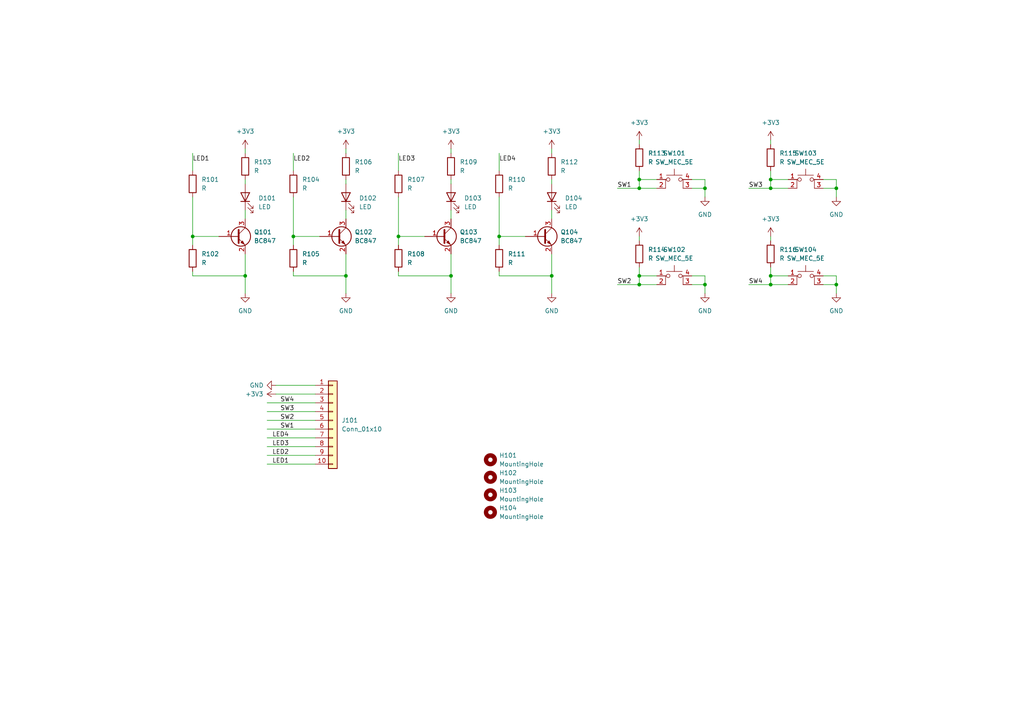
<source format=kicad_sch>
(kicad_sch (version 20211123) (generator eeschema)
  (paper "A4")
  (title_block (title "ledx8") (date "2023-01-01") (rev "V1.0"))
  (lib_symbols
    (symbol "Connector_Generic:Conn_01x10" (pin_names (offset 1.016) hide)
      (property "Reference" "J" (at 0 12.7 0))
      (property "Value" "Conn_01x10" (at 0 -15.24 0))
      (symbol "Conn_01x10_1_1"
        (rectangle (start -1.27 -12.573) (end 0 -12.827) (stroke (width 0.1524)))
        (rectangle (start -1.27 -10.033) (end 0 -10.287) (stroke (width 0.1524)))
        (rectangle (start -1.27 -7.493) (end 0 -7.747) (stroke (width 0.1524)))
        (rectangle (start -1.27 -4.953) (end 0 -5.207) (stroke (width 0.1524)))
        (rectangle (start -1.27 -2.413) (end 0 -2.667) (stroke (width 0.1524)))
        (rectangle (start -1.27 0.127) (end 0 -0.127) (stroke (width 0.1524)))
        (rectangle (start -1.27 2.667) (end 0 2.413) (stroke (width 0.1524)))
        (rectangle (start -1.27 5.207) (end 0 4.953) (stroke (width 0.1524)))
        (rectangle (start -1.27 7.747) (end 0 7.493) (stroke (width 0.1524)))
        (rectangle (start -1.27 10.287) (end 0 10.033) (stroke (width 0.1524)))
        (rectangle (start -1.27 11.43) (end 1.27 -13.97) (stroke (width 0.254)) (fill (type background)))
        (pin passive line (at -5.08 10.16 0) (length 3.81) (name "Pin_1") (number "1"))
        (pin passive line (at -5.08 -12.7 0) (length 3.81) (name "Pin_10") (number "10"))
        (pin passive line (at -5.08 7.62 0) (length 3.81) (name "Pin_2") (number "2"))
        (pin passive line (at -5.08 5.08 0) (length 3.81) (name "Pin_3") (number "3"))
        (pin passive line (at -5.08 2.54 0) (length 3.81) (name "Pin_4") (number "4"))
        (pin passive line (at -5.08 0 0) (length 3.81) (name "Pin_5") (number "5"))
        (pin passive line (at -5.08 -2.54 0) (length 3.81) (name "Pin_6") (number "6"))
        (pin passive line (at -5.08 -5.08 0) (length 3.81) (name "Pin_7") (number "7"))
        (pin passive line (at -5.08 -7.62 0) (length 3.81) (name "Pin_8") (number "8"))
        (pin passive line (at -5.08 -10.16 0) (length 3.81) (name "Pin_9") (number "9"))
      )
    )
    (symbol "Device:LED" (pin_numbers hide) (pin_names (offset 1.016) hide)
      (property "Reference" "D" (at 0 2.54 0))
      (property "Value" "LED" (at 0 -2.54 0))
      (symbol "LED_0_1"
        (polyline (pts (xy -1.27 -1.27) (xy -1.27 1.27)) (stroke (width 0.254)))
        (polyline (pts (xy -1.27 0) (xy 1.27 0)))
        (polyline (pts (xy 1.27 -1.27) (xy 1.27 1.27) (xy -1.27 0) (xy 1.27 -1.27)) (stroke (width 0.254)))
        (polyline (pts (xy -3.048 -0.762) (xy -4.572 -2.286) (xy -3.81 -2.286) (xy -4.572 -2.286) (xy -4.572 -1.524)))
        (polyline (pts (xy -1.778 -0.762) (xy -3.302 -2.286) (xy -2.54 -2.286) (xy -3.302 -2.286) (xy -3.302 -1.524)))
      )
      (symbol "LED_1_1"
        (pin passive line (at -3.81 0 0) (length 2.54) (name "K") (number "1"))
        (pin passive line (at 3.81 0 180) (length 2.54) (name "A") (number "2"))
      )
    )
    (symbol "Device:R" (pin_numbers hide) (pin_names (offset 0))
      (property "Reference" "R" (at 2.032 0 90))
      (property "Value" "R" (at 0 0 90))
      (symbol "R_0_1"
        (rectangle (start -1.016 -2.54) (end 1.016 2.54) (stroke (width 0.254)))
      )
      (symbol "R_1_1"
        (pin passive line (at 0 3.81 270) (length 1.27) (name "~") (number "1"))
        (pin passive line (at 0 -3.81 90) (length 1.27) (name "~") (number "2"))
      )
    )
    (symbol "Mechanical:MountingHole" (pin_names (offset 1.016))
      (property "Reference" "H" (at 0 5.08 0))
      (property "Value" "MountingHole" (at 0 3.175 0))
      (symbol "MountingHole_0_1"
        (circle (center 0 0) (radius 1.27) (stroke (width 1.27)))
      )
    )
    (symbol "Switch:SW_MEC_5E" (pin_names (offset 1.016) hide)
      (property "Reference" "SW" (at 0.635 5.715 0))
      (property "Value" "SW_MEC_5E" (at 0 -3.175 0))
      (symbol "SW_MEC_5E_0_1"
        (circle (center -1.778 2.54) (radius 0.508))
        (polyline (pts (xy -2.286 3.81) (xy 2.286 3.81)))
        (polyline (pts (xy 0 3.81) (xy 0 5.588)))
        (polyline (pts (xy -2.54 0) (xy -2.54 2.54) (xy -2.286 2.54)))
        (polyline (pts (xy 2.54 0) (xy 2.54 2.54) (xy 2.286 2.54)))
        (circle (center 1.778 2.54) (radius 0.508))
        (pin passive line (at -5.08 2.54 0) (length 2.54) (name "1") (number "1"))
        (pin passive line (at -5.08 0 0) (length 2.54) (name "2") (number "2"))
        (pin passive line (at 5.08 0 180) (length 2.54) (name "K") (number "3"))
        (pin passive line (at 5.08 2.54 180) (length 2.54) (name "A") (number "4"))
      )
    )
    (symbol "Transistor_BJT:BC847" (pin_names (offset 0) hide)
      (property "Reference" "Q" (at 5.08 1.905 0))
      (property "Value" "BC847" (at 5.08 0 0))
      (symbol "BC847_0_1"
        (polyline (pts (xy 0.635 0.635) (xy 2.54 2.54)))
        (polyline (pts (xy 0.635 -0.635) (xy 2.54 -2.54) (xy 2.54 -2.54)))
        (polyline (pts (xy 0.635 1.905) (xy 0.635 -1.905) (xy 0.635 -1.905)) (stroke (width 0.508)))
        (polyline (pts (xy 1.27 -1.778) (xy 1.778 -1.27) (xy 2.286 -2.286) (xy 1.27 -1.778) (xy 1.27 -1.778)) (fill (type outline)))
        (circle (center 1.27 0) (radius 2.8194) (stroke (width 0.254)))
      )
      (symbol "BC847_1_1"
        (pin input line (at -5.08 0 0) (length 5.715) (name "B") (number "1"))
        (pin passive line (at 2.54 -5.08 90) (length 2.54) (name "E") (number "2"))
        (pin passive line (at 2.54 5.08 270) (length 2.54) (name "C") (number "3"))
      )
    )
    (symbol "power:+3V3" (power) (pin_names (offset 0))
      (property "Value" "+3V3" (at 0 3.556 0))
      (symbol "+3V3_0_1"
        (polyline (pts (xy -0.762 1.27) (xy 0 2.54)))
        (polyline (pts (xy 0 0) (xy 0 2.54)))
        (polyline (pts (xy 0 2.54) (xy 0.762 1.27)))
      )
      (symbol "+3V3_1_1"
        (pin power_in line (at 0 0 90) (length 0) hide (name "+3V3") (number "1"))
      )
    )
    (symbol "power:GND" (power) (pin_names (offset 0))
      (property "Value" "GND" (at 0 -3.81 0))
      (symbol "GND_0_1"
        (polyline (pts (xy 0 0) (xy 0 -1.27) (xy 1.27 -1.27) (xy 0 -2.54) (xy -1.27 -1.27) (xy 0 -1.27)))
      )
      (symbol "GND_1_1"
        (pin power_in line (at 0 0 270) (length 0) hide (name "GND") (number "1"))
      )
    )
  )
  (junction (at 185.42 80.01))
  (junction (at 185.42 54.61))
  (junction (at 185.42 52.07))
  (junction (at 223.52 82.55))
  (junction (at 223.52 80.01))
  (junction (at 71.12 80.01))
  (junction (at 85.09 68.58))
  (junction (at 100.33 80.01))
  (junction (at 160.02 80.01))
  (junction (at 130.81 80.01))
  (junction (at 223.52 54.61))
  (junction (at 144.78 68.58))
  (junction (at 242.57 82.55))
  (junction (at 185.42 82.55))
  (junction (at 242.57 54.61))
  (junction (at 204.47 54.61))
  (junction (at 115.57 68.58))
  (junction (at 55.88 68.58))
  (junction (at 204.47 82.55))
  (junction (at 223.52 52.07))
  (wire (pts (xy 80.01 114.3) (xy 91.44 114.3)))
  (wire (pts (xy 223.52 40.64) (xy 223.52 41.91)))
  (wire (pts (xy 100.33 80.01) (xy 100.33 85.09)))
  (wire (pts (xy 71.12 73.66) (xy 71.12 80.01)))
  (wire (pts (xy 185.42 49.53) (xy 185.42 52.07)))
  (wire (pts (xy 160.02 73.66) (xy 160.02 80.01)))
  (wire (pts (xy 85.09 80.01) (xy 100.33 80.01)))
  (wire (pts (xy 80.01 111.76) (xy 91.44 111.76)))
  (wire (pts (xy 185.42 77.47) (xy 185.42 80.01)))
  (wire (pts (xy 71.12 60.96) (xy 71.12 63.5)))
  (wire (pts (xy 77.47 116.84) (xy 91.44 116.84)))
  (wire (pts (xy 55.88 44.45) (xy 55.88 49.53)))
  (wire (pts (xy 223.52 54.61) (xy 228.6 54.61)))
  (wire (pts (xy 200.66 52.07) (xy 204.47 52.07)))
  (wire (pts (xy 217.17 82.55) (xy 223.52 82.55)))
  (wire (pts (xy 144.78 44.45) (xy 144.78 49.53)))
  (wire (pts (xy 144.78 78.74) (xy 144.78 80.01)))
  (wire (pts (xy 223.52 77.47) (xy 223.52 80.01)))
  (wire (pts (xy 77.47 129.54) (xy 91.44 129.54)))
  (wire (pts (xy 204.47 54.61) (xy 204.47 57.15)))
  (wire (pts (xy 185.42 68.58) (xy 185.42 69.85)))
  (wire (pts (xy 223.52 52.07) (xy 223.52 54.61)))
  (wire (pts (xy 228.6 80.01) (xy 223.52 80.01)))
  (wire (pts (xy 144.78 68.58) (xy 144.78 71.12)))
  (wire (pts (xy 204.47 52.07) (xy 204.47 54.61)))
  (wire (pts (xy 115.57 78.74) (xy 115.57 80.01)))
  (wire (pts (xy 144.78 57.15) (xy 144.78 68.58)))
  (wire (pts (xy 71.12 43.18) (xy 71.12 44.45)))
  (wire (pts (xy 71.12 80.01) (xy 71.12 85.09)))
  (wire (pts (xy 200.66 54.61) (xy 204.47 54.61)))
  (wire (pts (xy 130.81 80.01) (xy 130.81 85.09)))
  (wire (pts (xy 144.78 80.01) (xy 160.02 80.01)))
  (wire (pts (xy 238.76 54.61) (xy 242.57 54.61)))
  (wire (pts (xy 77.47 127) (xy 91.44 127)))
  (wire (pts (xy 160.02 43.18) (xy 160.02 44.45)))
  (wire (pts (xy 179.07 82.55) (xy 185.42 82.55)))
  (wire (pts (xy 77.47 134.62) (xy 91.44 134.62)))
  (wire (pts (xy 223.52 80.01) (xy 223.52 82.55)))
  (wire (pts (xy 242.57 52.07) (xy 242.57 54.61)))
  (wire (pts (xy 144.78 68.58) (xy 152.4 68.58)))
  (wire (pts (xy 238.76 80.01) (xy 242.57 80.01)))
  (wire (pts (xy 223.52 68.58) (xy 223.52 69.85)))
  (wire (pts (xy 185.42 40.64) (xy 185.42 41.91)))
  (wire (pts (xy 242.57 80.01) (xy 242.57 82.55)))
  (wire (pts (xy 190.5 52.07) (xy 185.42 52.07)))
  (wire (pts (xy 85.09 68.58) (xy 85.09 71.12)))
  (wire (pts (xy 223.52 82.55) (xy 228.6 82.55)))
  (wire (pts (xy 217.17 54.61) (xy 223.52 54.61)))
  (wire (pts (xy 185.42 80.01) (xy 185.42 82.55)))
  (wire (pts (xy 77.47 119.38) (xy 91.44 119.38)))
  (wire (pts (xy 85.09 57.15) (xy 85.09 68.58)))
  (wire (pts (xy 160.02 52.07) (xy 160.02 53.34)))
  (wire (pts (xy 77.47 132.08) (xy 91.44 132.08)))
  (wire (pts (xy 55.88 68.58) (xy 55.88 71.12)))
  (wire (pts (xy 100.33 43.18) (xy 100.33 44.45)))
  (wire (pts (xy 85.09 68.58) (xy 92.71 68.58)))
  (wire (pts (xy 77.47 121.92) (xy 91.44 121.92)))
  (wire (pts (xy 190.5 80.01) (xy 185.42 80.01)))
  (wire (pts (xy 160.02 60.96) (xy 160.02 63.5)))
  (wire (pts (xy 242.57 82.55) (xy 242.57 85.09)))
  (wire (pts (xy 77.47 124.46) (xy 91.44 124.46)))
  (wire (pts (xy 130.81 73.66) (xy 130.81 80.01)))
  (wire (pts (xy 185.42 54.61) (xy 190.5 54.61)))
  (wire (pts (xy 200.66 82.55) (xy 204.47 82.55)))
  (wire (pts (xy 160.02 80.01) (xy 160.02 85.09)))
  (wire (pts (xy 100.33 52.07) (xy 100.33 53.34)))
  (wire (pts (xy 55.88 57.15) (xy 55.88 68.58)))
  (wire (pts (xy 238.76 82.55) (xy 242.57 82.55)))
  (wire (pts (xy 100.33 73.66) (xy 100.33 80.01)))
  (wire (pts (xy 85.09 44.45) (xy 85.09 49.53)))
  (wire (pts (xy 185.42 82.55) (xy 190.5 82.55)))
  (wire (pts (xy 115.57 44.45) (xy 115.57 49.53)))
  (wire (pts (xy 115.57 80.01) (xy 130.81 80.01)))
  (wire (pts (xy 55.88 68.58) (xy 63.5 68.58)))
  (wire (pts (xy 115.57 57.15) (xy 115.57 68.58)))
  (wire (pts (xy 185.42 52.07) (xy 185.42 54.61)))
  (wire (pts (xy 228.6 52.07) (xy 223.52 52.07)))
  (wire (pts (xy 179.07 54.61) (xy 185.42 54.61)))
  (wire (pts (xy 204.47 80.01) (xy 204.47 82.55)))
  (wire (pts (xy 238.76 52.07) (xy 242.57 52.07)))
  (wire (pts (xy 130.81 43.18) (xy 130.81 44.45)))
  (wire (pts (xy 55.88 78.74) (xy 55.88 80.01)))
  (wire (pts (xy 71.12 52.07) (xy 71.12 53.34)))
  (wire (pts (xy 100.33 60.96) (xy 100.33 63.5)))
  (wire (pts (xy 242.57 54.61) (xy 242.57 57.15)))
  (wire (pts (xy 130.81 52.07) (xy 130.81 53.34)))
  (wire (pts (xy 200.66 80.01) (xy 204.47 80.01)))
  (wire (pts (xy 115.57 68.58) (xy 123.19 68.58)))
  (wire (pts (xy 115.57 68.58) (xy 115.57 71.12)))
  (wire (pts (xy 85.09 78.74) (xy 85.09 80.01)))
  (wire (pts (xy 204.47 82.55) (xy 204.47 85.09)))
  (wire (pts (xy 130.81 60.96) (xy 130.81 63.5)))
  (wire (pts (xy 55.88 80.01) (xy 71.12 80.01)))
  (wire (pts (xy 223.52 49.53) (xy 223.52 52.07)))
  (label "LED2" (at 85.09 46.99 0))
  (label "SW1" (at 81.28 124.46 0))
  (label "SW3" (at 81.28 119.38 0))
  (label "LED4" (at 83.82 127 180))
  (label "SW2" (at 179.07 82.55 0))
  (label "SW4" (at 81.28 116.84 0))
  (label "LED3" (at 83.82 129.54 180))
  (label "LED3" (at 115.57 46.99 0))
  (label "SW3" (at 217.17 54.61 0))
  (label "SW4" (at 217.17 82.55 0))
  (label "LED4" (at 144.78 46.99 0))
  (label "SW1" (at 179.07 54.61 0))
  (label "LED1" (at 55.88 46.99 0))
  (label "LED1" (at 83.82 134.62 180))
  (label "SW2" (at 81.28 121.92 0))
  (label "LED2" (at 83.82 132.08 180))
  (symbol (lib_id "Connector_Generic:Conn_01x10") (at 96.52 121.92 0) (unit 1)
    (property "Reference" "J101" (at 99.06 121.9199 0) (effects (justify left)))
    (property "Value" "Conn_01x10" (at 99.06 124.4599 0) (effects (justify left)))
    (property "Footprint" "Connector_PinHeader_2.54mm:PinHeader_1x10_P2.54mm_Horizontal" (effects hide))
  )
  (symbol (lib_id "power:+3V3") (at 80.01 114.3 90) (unit 1)
    (property "Reference" "#PWR0106" (effects hide))
    (property "Value" "+3V3" (at 71.12 114.3 90) (effects (justify right)))
  )
  (symbol (lib_id "power:GND") (at 100.33 85.09 0) (unit 1)
    (property "Reference" "#PWR0102" (effects hide))
    (property "Value" "GND" (at 100.33 90.17 0))
  )
  (symbol (lib_id "Device:R") (at 144.78 53.34 180) (unit 1)
    (property "Reference" "R110" (at 147.32 52.0699 0) (effects (justify right)))
    (property "Value" "R" (at 147.32 54.6099 0) (effects (justify right)))
    (property "Footprint" "Resistor_SMD:R_0805_2012Metric" (effects hide))
  )
  (symbol (lib_id "Device:R") (at 160.02 48.26 180) (unit 1)
    (property "Reference" "R112" (at 162.56 46.9899 0) (effects (justify right)))
    (property "Value" "R" (at 162.56 49.5299 0) (effects (justify right)))
    (property "Footprint" "Resistor_SMD:R_0805_2012Metric" (effects hide))
    (property "Reference" "R112" (effects hide))
    (property "Value" "R" (effects hide))
  )
  (symbol (lib_id "Mechanical:MountingHole") (at 142.24 148.59 0) (unit 1)
    (property "Reference" "H104" (at 144.78 147.3199 0) (effects (justify left)))
    (property "Value" "MountingHole" (at 144.78 149.8599 0) (effects (justify left)))
    (property "Footprint" "MountingHole:MountingHole_3.2mm_M3_DIN965_Pad" (effects hide))
  )
  (symbol (lib_id "Mechanical:MountingHole") (at 142.24 138.43 0) (unit 1)
    (property "Reference" "H102" (at 144.78 137.1599 0) (effects (justify left)))
    (property "Value" "MountingHole" (at 144.78 139.6999 0) (effects (justify left)))
    (property "Footprint" "MountingHole:MountingHole_3.2mm_M3_DIN965_Pad" (effects hide))
  )
  (symbol (lib_id "Switch:SW_MEC_5E") (at 233.68 82.55 0) (unit 1)
    (property "Reference" "SW104" (at 233.68 72.39 0))
    (property "Value" "SW_MEC_5E" (at 233.68 74.93 0))
    (property "Footprint" "Button_Switch_SMD:SW_SPST_Omron_B3FS-100xP" (effects hide))
    (property "Datasheet" "http://www.apem.com/int/index.php?controller=attachment&id_attachment=1371" (effects hide))
  )
  (symbol (lib_id "Device:R") (at 55.88 74.93 180) (unit 1)
    (property "Reference" "R102" (at 58.42 73.6599 0) (effects (justify right)))
    (property "Value" "R" (at 58.42 76.1999 0) (effects (justify right)))
    (property "Footprint" "Resistor_SMD:R_0805_2012Metric" (effects hide))
  )
  (symbol (lib_id "Device:R") (at 115.57 74.93 180) (unit 1)
    (property "Reference" "R108" (at 118.11 73.6599 0) (effects (justify right)))
    (property "Value" "R" (at 118.11 76.1999 0) (effects (justify right)))
    (property "Footprint" "Resistor_SMD:R_0805_2012Metric" (effects hide))
  )
  (symbol (lib_id "Device:LED") (at 71.12 57.15 90) (unit 1)
    (property "Reference" "D101" (at 74.93 57.4674 90) (effects (justify right)))
    (property "Value" "LED" (at 74.93 60.0074 90) (effects (justify right)))
    (property "Footprint" "Diode_SMD:D_0805_2012Metric" (effects hide))
    (property "Reference" "D101" (effects hide))
    (property "Value" "LED" (effects hide))
  )
  (symbol (lib_id "power:GND") (at 130.81 85.09 0) (unit 1)
    (property "Reference" "#PWR0110" (effects hide))
    (property "Value" "GND" (at 130.81 90.17 0))
  )
  (symbol (lib_id "Device:R") (at 85.09 74.93 180) (unit 1)
    (property "Reference" "R105" (at 87.63 73.6599 0) (effects (justify right)))
    (property "Value" "R" (at 87.63 76.1999 0) (effects (justify right)))
    (property "Footprint" "Resistor_SMD:R_0805_2012Metric" (effects hide))
  )
  (symbol (lib_id "power:GND") (at 71.12 85.09 0) (unit 1)
    (property "Reference" "#PWR0103" (effects hide))
    (property "Value" "GND" (at 71.12 90.17 0))
  )
  (symbol (lib_id "Device:LED") (at 130.81 57.15 90) (unit 1)
    (property "Reference" "D103" (at 134.62 57.4674 90) (effects (justify right)))
    (property "Value" "LED" (at 134.62 60.0074 90) (effects (justify right)))
    (property "Footprint" "Diode_SMD:D_0805_2012Metric" (effects hide))
    (property "Reference" "D103" (effects hide))
    (property "Value" "LED" (effects hide))
  )
  (symbol (lib_id "Mechanical:MountingHole") (at 142.24 143.51 0) (unit 1)
    (property "Reference" "H103" (at 144.78 142.2399 0) (effects (justify left)))
    (property "Value" "MountingHole" (at 144.78 144.7799 0) (effects (justify left)))
    (property "Footprint" "MountingHole:MountingHole_3.2mm_M3_DIN965_Pad" (effects hide))
  )
  (symbol (lib_id "Device:R") (at 115.57 53.34 180) (unit 1)
    (property "Reference" "R107" (at 118.11 52.0699 0) (effects (justify right)))
    (property "Value" "R" (at 118.11 54.6099 0) (effects (justify right)))
    (property "Footprint" "Resistor_SMD:R_0805_2012Metric" (effects hide))
  )
  (symbol (lib_id "power:+3V3") (at 100.33 43.18 0) (unit 1)
    (property "Reference" "#PWR0101" (effects hide))
    (property "Value" "+3V3" (at 100.33 38.1 0))
  )
  (symbol (lib_id "Device:R") (at 85.09 53.34 180) (unit 1)
    (property "Reference" "R104" (at 87.63 52.0699 0) (effects (justify right)))
    (property "Value" "R" (at 87.63 54.6099 0) (effects (justify right)))
    (property "Footprint" "Resistor_SMD:R_0805_2012Metric" (effects hide))
  )
  (symbol (lib_id "Device:R") (at 130.81 48.26 180) (unit 1)
    (property "Reference" "R109" (at 133.35 46.9899 0) (effects (justify right)))
    (property "Value" "R" (at 133.35 49.5299 0) (effects (justify right)))
    (property "Footprint" "Resistor_SMD:R_0805_2012Metric" (effects hide))
    (property "Reference" "R109" (effects hide))
    (property "Value" "R" (effects hide))
  )
  (symbol (lib_id "power:GND") (at 160.02 85.09 0) (unit 1)
    (property "Reference" "#PWR0109" (effects hide))
    (property "Value" "GND" (at 160.02 90.17 0))
  )
  (symbol (lib_id "power:+3V3") (at 160.02 43.18 0) (unit 1)
    (property "Reference" "#PWR0107" (effects hide))
    (property "Value" "+3V3" (at 160.02 38.1 0))
  )
  (symbol (lib_id "Device:R") (at 100.33 48.26 180) (unit 1)
    (property "Reference" "R106" (at 102.87 46.9899 0) (effects (justify right)))
    (property "Value" "R" (at 102.87 49.5299 0) (effects (justify right)))
    (property "Footprint" "Resistor_SMD:R_0805_2012Metric" (effects hide))
    (property "Reference" "R106" (effects hide))
    (property "Value" "R" (effects hide))
  )
  (symbol (lib_id "Transistor_BJT:BC847") (at 68.58 68.58 0) (unit 1)
    (property "Reference" "Q101" (at 73.66 67.3099 0) (effects (justify left)))
    (property "Value" "BC847" (at 73.66 69.8499 0) (effects (justify left)))
    (property "Footprint" "Package_TO_SOT_SMD:SOT-23" (effects hide))
    (property "Datasheet" "http://www.infineon.com/dgdl/Infineon-BC847SERIES_BC848SERIES_BC849SERIES_BC850SERIES-DS-v01_01-en.pdf?fileId=db3a304314dca389011541d4630a1657" (effects hide))
    (property "Reference" "Q101" (effects hide))
    (property "Value" "BC847" (effects hide))
  )
  (symbol (lib_id "power:+3V3") (at 223.52 40.64 0) (unit 1)
    (property "Reference" "#PWR0118" (effects hide))
    (property "Value" "+3V3" (at 223.52 35.56 0))
  )
  (symbol (lib_id "Device:R") (at 185.42 73.66 180) (unit 1)
    (property "Reference" "R114" (at 187.96 72.3899 0) (effects (justify right)))
    (property "Value" "R" (at 187.96 74.9299 0) (effects (justify right)))
    (property "Footprint" "Resistor_SMD:R_0805_2012Metric" (effects hide))
    (property "Reference" "R114" (effects hide))
    (property "Value" "R" (effects hide))
  )
  (symbol (lib_id "power:GND") (at 80.01 111.76 270) (unit 1)
    (property "Reference" "#PWR0105" (effects hide))
    (property "Value" "GND" (at 72.39 111.76 90) (effects (justify left)))
  )
  (symbol (lib_id "Device:R") (at 55.88 53.34 180) (unit 1)
    (property "Reference" "R101" (at 58.42 52.0699 0) (effects (justify right)))
    (property "Value" "R" (at 58.42 54.6099 0) (effects (justify right)))
    (property "Footprint" "Resistor_SMD:R_0805_2012Metric" (effects hide))
  )
  (symbol (lib_id "Device:R") (at 223.52 73.66 180) (unit 1)
    (property "Reference" "R116" (at 226.06 72.3899 0) (effects (justify right)))
    (property "Value" "R" (at 226.06 74.9299 0) (effects (justify right)))
    (property "Footprint" "Resistor_SMD:R_0805_2012Metric" (effects hide))
    (property "Reference" "R116" (effects hide))
    (property "Value" "R" (effects hide))
  )
  (symbol (lib_id "Device:R") (at 223.52 45.72 180) (unit 1)
    (property "Reference" "R115" (at 226.06 44.4499 0) (effects (justify right)))
    (property "Value" "R" (at 226.06 46.9899 0) (effects (justify right)))
    (property "Footprint" "Resistor_SMD:R_0805_2012Metric" (effects hide))
    (property "Reference" "R115" (effects hide))
    (property "Value" "R" (effects hide))
  )
  (symbol (lib_id "Device:LED") (at 160.02 57.15 90) (unit 1)
    (property "Reference" "D104" (at 163.83 57.4674 90) (effects (justify right)))
    (property "Value" "LED" (at 163.83 60.0074 90) (effects (justify right)))
    (property "Footprint" "Diode_SMD:D_0805_2012Metric" (effects hide))
    (property "Reference" "D104" (effects hide))
    (property "Value" "LED" (effects hide))
  )
  (symbol (lib_id "power:GND") (at 204.47 85.09 0) (unit 1)
    (property "Reference" "#PWR0113" (effects hide))
    (property "Value" "GND" (at 204.47 90.17 0))
  )
  (symbol (lib_id "power:GND") (at 204.47 57.15 0) (unit 1)
    (property "Reference" "#PWR0111" (effects hide))
    (property "Value" "GND" (at 204.47 62.23 0))
  )
  (symbol (lib_id "Transistor_BJT:BC847") (at 97.79 68.58 0) (unit 1)
    (property "Reference" "Q102" (at 102.87 67.3099 0) (effects (justify left)))
    (property "Value" "BC847" (at 102.87 69.8499 0) (effects (justify left)))
    (property "Footprint" "Package_TO_SOT_SMD:SOT-23" (effects hide))
    (property "Reference" "Q102" (effects hide))
    (property "Value" "BC847" (effects hide))
  )
  (symbol (lib_id "Device:R") (at 71.12 48.26 180) (unit 1)
    (property "Reference" "R103" (at 73.66 46.9899 0) (effects (justify right)))
    (property "Value" "R" (at 73.66 49.5299 0) (effects (justify right)))
    (property "Footprint" "Resistor_SMD:R_0805_2012Metric" (effects hide))
    (property "Reference" "R103" (effects hide))
    (property "Value" "R" (effects hide))
  )
  (symbol (lib_id "Device:LED") (at 100.33 57.15 90) (unit 1)
    (property "Reference" "D102" (at 104.14 57.4674 90) (effects (justify right)))
    (property "Value" "LED" (at 104.14 60.0074 90) (effects (justify right)))
    (property "Footprint" "Diode_SMD:D_0805_2012Metric" (effects hide))
    (property "Reference" "D102" (effects hide))
    (property "Value" "LED" (effects hide))
  )
  (symbol (lib_id "Device:R") (at 185.42 45.72 180) (unit 1)
    (property "Reference" "R113" (at 187.96 44.4499 0) (effects (justify right)))
    (property "Value" "R" (at 187.96 46.9899 0) (effects (justify right)))
    (property "Footprint" "Resistor_SMD:R_0805_2012Metric" (effects hide))
    (property "Reference" "R113" (effects hide))
    (property "Value" "R" (effects hide))
  )
  (symbol (lib_id "power:GND") (at 242.57 57.15 0) (unit 1)
    (property "Reference" "#PWR0116" (effects hide))
    (property "Value" "GND" (at 242.57 62.23 0))
  )
  (symbol (lib_id "power:+3V3") (at 71.12 43.18 0) (unit 1)
    (property "Reference" "#PWR0104" (effects hide))
    (property "Value" "+3V3" (at 71.12 38.1 0))
  )
  (symbol (lib_id "Transistor_BJT:BC847") (at 128.27 68.58 0) (unit 1)
    (property "Reference" "Q103" (at 133.35 67.3099 0) (effects (justify left)))
    (property "Value" "BC847" (at 133.35 69.8499 0) (effects (justify left)))
    (property "Footprint" "Package_TO_SOT_SMD:SOT-23" (effects hide))
    (property "Datasheet" "http://www.infineon.com/dgdl/Infineon-BC847SERIES_BC848SERIES_BC849SERIES_BC850SERIES-DS-v01_01-en.pdf?fileId=db3a304314dca389011541d4630a1657" (effects hide))
    (property "Reference" "Q103" (effects hide))
    (property "Value" "BC847" (effects hide))
  )
  (symbol (lib_id "power:+3V3") (at 185.42 68.58 0) (unit 1)
    (property "Reference" "#PWR0114" (effects hide))
    (property "Value" "+3V3" (at 185.42 63.5 0))
  )
  (symbol (lib_id "power:GND") (at 242.57 85.09 0) (unit 1)
    (property "Reference" "#PWR0117" (effects hide))
    (property "Value" "GND" (at 242.57 90.17 0))
  )
  (symbol (lib_id "Mechanical:MountingHole") (at 142.24 133.35 0) (unit 1)
    (property "Reference" "H101" (at 144.78 132.0799 0) (effects (justify left)))
    (property "Value" "MountingHole" (at 144.78 134.6199 0) (effects (justify left)))
    (property "Footprint" "MountingHole:MountingHole_3.2mm_M3_DIN965_Pad" (effects hide))
    (property "Reference" "H101" (effects hide))
    (property "Value" "MountingHole" (effects hide))
  )
  (symbol (lib_id "Switch:SW_MEC_5E") (at 195.58 82.55 0) (unit 1)
    (property "Reference" "SW102" (at 195.58 72.39 0))
    (property "Value" "SW_MEC_5E" (at 195.58 74.93 0))
    (property "Footprint" "Button_Switch_SMD:SW_SPST_Omron_B3FS-100xP" (effects hide))
    (property "Datasheet" "http://www.apem.com/int/index.php?controller=attachment&id_attachment=1371" (effects hide))
  )
  (symbol (lib_id "Switch:SW_MEC_5E") (at 195.58 54.61 0) (unit 1)
    (property "Reference" "SW101" (at 195.58 44.45 0))
    (property "Value" "SW_MEC_5E" (at 195.58 46.99 0))
    (property "Footprint" "Button_Switch_SMD:SW_SPST_Omron_B3FS-100xP" (effects hide))
    (property "Datasheet" "http://www.apem.com/int/index.php?controller=attachment&id_attachment=1371" (effects hide))
  )
  (symbol (lib_id "power:+3V3") (at 185.42 40.64 0) (unit 1)
    (property "Reference" "#PWR0112" (effects hide))
    (property "Value" "+3V3" (at 185.42 35.56 0))
  )
  (symbol (lib_id "power:+3V3") (at 130.81 43.18 0) (unit 1)
    (property "Reference" "#PWR0108" (effects hide))
    (property "Value" "+3V3" (at 130.81 38.1 0))
  )
  (symbol (lib_id "Device:R") (at 144.78 74.93 180) (unit 1)
    (property "Reference" "R111" (at 147.32 73.6599 0) (effects (justify right)))
    (property "Value" "R" (at 147.32 76.1999 0) (effects (justify right)))
    (property "Footprint" "Resistor_SMD:R_0805_2012Metric" (effects hide))
  )
  (symbol (lib_id "Switch:SW_MEC_5E") (at 233.68 54.61 0) (unit 1)
    (property "Reference" "SW103" (at 233.68 44.45 0))
    (property "Value" "SW_MEC_5E" (at 233.68 46.99 0))
    (property "Footprint" "Button_Switch_SMD:SW_SPST_Omron_B3FS-100xP" (effects hide))
    (property "Datasheet" "http://www.apem.com/int/index.php?controller=attachment&id_attachment=1371" (effects hide))
  )
  (symbol (lib_id "Transistor_BJT:BC847") (at 157.48 68.58 0) (unit 1)
    (property "Reference" "Q104" (at 162.56 67.3099 0) (effects (justify left)))
    (property "Value" "BC847" (at 162.56 69.8499 0) (effects (justify left)))
    (property "Footprint" "Package_TO_SOT_SMD:SOT-23" (effects hide))
    (property "Reference" "Q104" (effects hide))
    (property "Value" "BC847" (effects hide))
  )
  (symbol (lib_id "power:+3V3") (at 223.52 68.58 0) (unit 1)
    (property "Reference" "#PWR0115" (effects hide))
    (property "Value" "+3V3" (at 223.52 63.5 0))
  )
)
</source>
